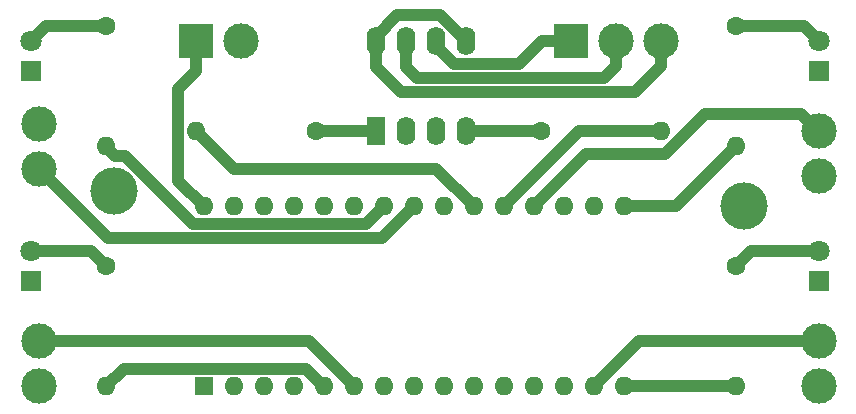
<source format=gbr>
G04 #@! TF.GenerationSoftware,KiCad,Pcbnew,(5.0.1-3-g963ef8bb5)*
G04 #@! TF.CreationDate,2019-07-11T22:25:35+01:00*
G04 #@! TF.ProjectId,KatanaSwitch,4B6174616E615377697463682E6B6963,rev?*
G04 #@! TF.SameCoordinates,Original*
G04 #@! TF.FileFunction,Copper,L1,Top,Signal*
G04 #@! TF.FilePolarity,Positive*
%FSLAX46Y46*%
G04 Gerber Fmt 4.6, Leading zero omitted, Abs format (unit mm)*
G04 Created by KiCad (PCBNEW (5.0.1-3-g963ef8bb5)) date Thursday, 11 July 2019 at 22:25:35*
%MOMM*%
%LPD*%
G01*
G04 APERTURE LIST*
G04 #@! TA.AperFunction,ComponentPad*
%ADD10C,4.000000*%
G04 #@! TD*
G04 #@! TA.AperFunction,ComponentPad*
%ADD11R,1.600000X1.600000*%
G04 #@! TD*
G04 #@! TA.AperFunction,ComponentPad*
%ADD12O,1.600000X1.600000*%
G04 #@! TD*
G04 #@! TA.AperFunction,ComponentPad*
%ADD13R,2.999740X2.999740*%
G04 #@! TD*
G04 #@! TA.AperFunction,ComponentPad*
%ADD14C,2.999740*%
G04 #@! TD*
G04 #@! TA.AperFunction,ComponentPad*
%ADD15R,1.600000X2.400000*%
G04 #@! TD*
G04 #@! TA.AperFunction,ComponentPad*
%ADD16O,1.600000X2.400000*%
G04 #@! TD*
G04 #@! TA.AperFunction,ComponentPad*
%ADD17R,1.800000X1.800000*%
G04 #@! TD*
G04 #@! TA.AperFunction,ComponentPad*
%ADD18C,1.800000*%
G04 #@! TD*
G04 #@! TA.AperFunction,ComponentPad*
%ADD19C,1.600000*%
G04 #@! TD*
G04 #@! TA.AperFunction,Conductor*
%ADD20C,1.000000*%
G04 #@! TD*
G04 APERTURE END LIST*
D10*
G04 #@! TO.P,REF\002A\002A,1*
G04 #@! TO.N,N/C*
X125095000Y-99060000D03*
G04 #@! TD*
D11*
G04 #@! TO.P,A1,1*
G04 #@! TO.N,Net-(A1-Pad1)*
X132715000Y-115570000D03*
D12*
G04 #@! TO.P,A1,17*
G04 #@! TO.N,Net-(A1-Pad17)*
X165735000Y-100330000D03*
G04 #@! TO.P,A1,2*
G04 #@! TO.N,Net-(A1-Pad2)*
X135255000Y-115570000D03*
G04 #@! TO.P,A1,18*
G04 #@! TO.N,Net-(A1-Pad18)*
X163195000Y-100330000D03*
G04 #@! TO.P,A1,3*
G04 #@! TO.N,Net-(A1-Pad3)*
X137795000Y-115570000D03*
G04 #@! TO.P,A1,19*
G04 #@! TO.N,CH4*
X160655000Y-100330000D03*
G04 #@! TO.P,A1,4*
G04 #@! TO.N,GND*
X140335000Y-115570000D03*
G04 #@! TO.P,A1,20*
G04 #@! TO.N,TIP*
X158115000Y-100330000D03*
G04 #@! TO.P,A1,5*
G04 #@! TO.N,CH1_LED*
X142875000Y-115570000D03*
G04 #@! TO.P,A1,21*
G04 #@! TO.N,RING*
X155575000Y-100330000D03*
G04 #@! TO.P,A1,6*
G04 #@! TO.N,CH1*
X145415000Y-115570000D03*
G04 #@! TO.P,A1,22*
G04 #@! TO.N,Net-(A1-Pad22)*
X153035000Y-100330000D03*
G04 #@! TO.P,A1,7*
G04 #@! TO.N,Net-(A1-Pad7)*
X147955000Y-115570000D03*
G04 #@! TO.P,A1,23*
G04 #@! TO.N,CH3*
X150495000Y-100330000D03*
G04 #@! TO.P,A1,8*
G04 #@! TO.N,Net-(A1-Pad8)*
X150495000Y-115570000D03*
G04 #@! TO.P,A1,24*
G04 #@! TO.N,CH3_LED*
X147955000Y-100330000D03*
G04 #@! TO.P,A1,9*
G04 #@! TO.N,Net-(A1-Pad9)*
X153035000Y-115570000D03*
G04 #@! TO.P,A1,25*
G04 #@! TO.N,Net-(A1-Pad25)*
X145415000Y-100330000D03*
G04 #@! TO.P,A1,10*
G04 #@! TO.N,Net-(A1-Pad10)*
X155575000Y-115570000D03*
G04 #@! TO.P,A1,26*
G04 #@! TO.N,Net-(A1-Pad26)*
X142875000Y-100330000D03*
G04 #@! TO.P,A1,11*
G04 #@! TO.N,Net-(A1-Pad11)*
X158115000Y-115570000D03*
G04 #@! TO.P,A1,27*
G04 #@! TO.N,Net-(A1-Pad27)*
X140335000Y-100330000D03*
G04 #@! TO.P,A1,12*
G04 #@! TO.N,Net-(A1-Pad12)*
X160655000Y-115570000D03*
G04 #@! TO.P,A1,28*
G04 #@! TO.N,Net-(A1-Pad28)*
X137795000Y-100330000D03*
G04 #@! TO.P,A1,13*
G04 #@! TO.N,Net-(A1-Pad13)*
X163195000Y-115570000D03*
G04 #@! TO.P,A1,29*
G04 #@! TO.N,GND*
X135255000Y-100330000D03*
G04 #@! TO.P,A1,14*
G04 #@! TO.N,CH2*
X165735000Y-115570000D03*
G04 #@! TO.P,A1,30*
G04 #@! TO.N,+9V*
X132715000Y-100330000D03*
G04 #@! TO.P,A1,15*
G04 #@! TO.N,CH2_LED*
X168275000Y-115570000D03*
G04 #@! TO.P,A1,16*
G04 #@! TO.N,CH4_LED*
X168275000Y-100330000D03*
G04 #@! TD*
D10*
G04 #@! TO.P,REF\002A\002A,1*
G04 #@! TO.N,N/C*
X178435000Y-100330000D03*
G04 #@! TD*
D13*
G04 #@! TO.P,BT1,1*
G04 #@! TO.N,+9V*
X132080000Y-86360000D03*
D14*
G04 #@! TO.P,BT1,2*
G04 #@! TO.N,GND*
X135890000Y-86360000D03*
G04 #@! TD*
D15*
G04 #@! TO.P,U1,1*
G04 #@! TO.N,Net-(R6-Pad1)*
X147320000Y-93980000D03*
D16*
G04 #@! TO.P,U1,5*
G04 #@! TO.N,Net-(J1-PadS)*
X154940000Y-86360000D03*
G04 #@! TO.P,U1,2*
G04 #@! TO.N,GND*
X149860000Y-93980000D03*
G04 #@! TO.P,U1,6*
G04 #@! TO.N,Net-(J1-PadT)*
X152400000Y-86360000D03*
G04 #@! TO.P,U1,3*
G04 #@! TO.N,GND*
X152400000Y-93980000D03*
G04 #@! TO.P,U1,7*
G04 #@! TO.N,Net-(J1-PadR)*
X149860000Y-86360000D03*
G04 #@! TO.P,U1,4*
G04 #@! TO.N,Net-(R5-Pad1)*
X154940000Y-93980000D03*
G04 #@! TO.P,U1,8*
G04 #@! TO.N,Net-(J1-PadS)*
X147320000Y-86360000D03*
G04 #@! TD*
D17*
G04 #@! TO.P,D1,1*
G04 #@! TO.N,GND*
X118110000Y-106680000D03*
D18*
G04 #@! TO.P,D1,2*
G04 #@! TO.N,Net-(D1-Pad2)*
X118110000Y-104140000D03*
G04 #@! TD*
D17*
G04 #@! TO.P,D2,1*
G04 #@! TO.N,GND*
X184785000Y-106680000D03*
D18*
G04 #@! TO.P,D2,2*
G04 #@! TO.N,Net-(D2-Pad2)*
X184785000Y-104140000D03*
G04 #@! TD*
G04 #@! TO.P,D3,2*
G04 #@! TO.N,Net-(D3-Pad2)*
X118110000Y-86360000D03*
D17*
G04 #@! TO.P,D3,1*
G04 #@! TO.N,GND*
X118110000Y-88900000D03*
G04 #@! TD*
D18*
G04 #@! TO.P,D4,2*
G04 #@! TO.N,Net-(D4-Pad2)*
X184785000Y-86360000D03*
D17*
G04 #@! TO.P,D4,1*
G04 #@! TO.N,GND*
X184785000Y-88900000D03*
G04 #@! TD*
D13*
G04 #@! TO.P,J1,T*
G04 #@! TO.N,Net-(J1-PadT)*
X163830000Y-86360000D03*
D14*
G04 #@! TO.P,J1,R*
G04 #@! TO.N,Net-(J1-PadR)*
X167640000Y-86360000D03*
G04 #@! TO.P,J1,S*
G04 #@! TO.N,Net-(J1-PadS)*
X171450000Y-86360000D03*
G04 #@! TD*
G04 #@! TO.P,SW1,1*
G04 #@! TO.N,CH1*
X118745000Y-111760000D03*
G04 #@! TO.P,SW1,2*
G04 #@! TO.N,GND*
X118745000Y-115570000D03*
G04 #@! TD*
G04 #@! TO.P,SW2,2*
G04 #@! TO.N,GND*
X184785000Y-115570000D03*
G04 #@! TO.P,SW2,1*
G04 #@! TO.N,CH2*
X184785000Y-111760000D03*
G04 #@! TD*
G04 #@! TO.P,SW3,1*
G04 #@! TO.N,CH3*
X118745000Y-97155000D03*
G04 #@! TO.P,SW3,2*
G04 #@! TO.N,GND*
X118745000Y-93345000D03*
G04 #@! TD*
G04 #@! TO.P,SW4,2*
G04 #@! TO.N,GND*
X184785000Y-97790000D03*
G04 #@! TO.P,SW4,1*
G04 #@! TO.N,CH4*
X184785000Y-93980000D03*
G04 #@! TD*
D19*
G04 #@! TO.P,R1,1*
G04 #@! TO.N,Net-(D1-Pad2)*
X124460000Y-105410000D03*
D12*
G04 #@! TO.P,R1,2*
G04 #@! TO.N,CH1_LED*
X124460000Y-115570000D03*
G04 #@! TD*
G04 #@! TO.P,R2,2*
G04 #@! TO.N,CH2_LED*
X177800000Y-115570000D03*
D19*
G04 #@! TO.P,R2,1*
G04 #@! TO.N,Net-(D2-Pad2)*
X177800000Y-105410000D03*
G04 #@! TD*
D12*
G04 #@! TO.P,R3,2*
G04 #@! TO.N,CH3_LED*
X124460000Y-95250000D03*
D19*
G04 #@! TO.P,R3,1*
G04 #@! TO.N,Net-(D3-Pad2)*
X124460000Y-85090000D03*
G04 #@! TD*
G04 #@! TO.P,R4,1*
G04 #@! TO.N,Net-(D4-Pad2)*
X177800000Y-85090000D03*
D12*
G04 #@! TO.P,R4,2*
G04 #@! TO.N,CH4_LED*
X177800000Y-95250000D03*
G04 #@! TD*
D19*
G04 #@! TO.P,R5,1*
G04 #@! TO.N,Net-(R5-Pad1)*
X161290000Y-93980000D03*
D12*
G04 #@! TO.P,R5,2*
G04 #@! TO.N,TIP*
X171450000Y-93980000D03*
G04 #@! TD*
G04 #@! TO.P,R6,2*
G04 #@! TO.N,RING*
X132080000Y-93980000D03*
D19*
G04 #@! TO.P,R6,1*
G04 #@! TO.N,Net-(R6-Pad1)*
X142240000Y-93980000D03*
G04 #@! TD*
D20*
G04 #@! TO.N,TIP*
X164465000Y-93980000D02*
X171450000Y-93980000D01*
X158115000Y-100330000D02*
X164465000Y-93980000D01*
G04 #@! TO.N,+9V*
X132080000Y-88859870D02*
X132080000Y-86360000D01*
X130579999Y-90359871D02*
X132080000Y-88859870D01*
X130579999Y-98194999D02*
X130579999Y-90359871D01*
X132715000Y-100330000D02*
X130579999Y-98194999D01*
G04 #@! TO.N,RING*
X132080000Y-93980000D02*
X135255000Y-97155000D01*
X152400000Y-97155000D02*
X155575000Y-100330000D01*
X135255000Y-97155000D02*
X152400000Y-97155000D01*
G04 #@! TO.N,Net-(D1-Pad2)*
X123190000Y-104140000D02*
X124460000Y-105410000D01*
X118110000Y-104140000D02*
X123190000Y-104140000D01*
G04 #@! TO.N,Net-(D2-Pad2)*
X179070000Y-104140000D02*
X184785000Y-104140000D01*
X177800000Y-105410000D02*
X179070000Y-104140000D01*
G04 #@! TO.N,Net-(D3-Pad2)*
X119380000Y-85090000D02*
X118110000Y-86360000D01*
X124460000Y-85090000D02*
X119380000Y-85090000D01*
G04 #@! TO.N,Net-(D4-Pad2)*
X183515000Y-85090000D02*
X184785000Y-86360000D01*
X177800000Y-85090000D02*
X183515000Y-85090000D01*
G04 #@! TO.N,Net-(J1-PadS)*
X171450000Y-88481136D02*
X171450000Y-86360000D01*
X147320000Y-86360000D02*
X147320000Y-88560000D01*
X149420030Y-90660030D02*
X169271106Y-90660030D01*
X169271106Y-90660030D02*
X171450000Y-88481136D01*
X147320000Y-88560000D02*
X149420030Y-90660030D01*
X147320000Y-86360000D02*
X147320000Y-85960000D01*
X147320000Y-85960000D02*
X149120000Y-84160000D01*
X152740000Y-84160000D02*
X154940000Y-86360000D01*
X149120000Y-84160000D02*
X152740000Y-84160000D01*
G04 #@! TO.N,Net-(J1-PadR)*
X149860000Y-86360000D02*
X149860000Y-88560000D01*
X149860000Y-88560000D02*
X150760020Y-89460020D01*
X150760020Y-89460020D02*
X166661116Y-89460020D01*
X166661116Y-89460020D02*
X167640000Y-88481136D01*
X167640000Y-88481136D02*
X167640000Y-86360000D01*
G04 #@! TO.N,Net-(J1-PadT)*
X152400000Y-86360000D02*
X152400000Y-86760000D01*
X153900010Y-88260010D02*
X159430120Y-88260010D01*
X152400000Y-86760000D02*
X153900010Y-88260010D01*
X159430120Y-88260010D02*
X161330130Y-86360000D01*
X161330130Y-86360000D02*
X163830000Y-86360000D01*
G04 #@! TO.N,Net-(R6-Pad1)*
X147320000Y-93980000D02*
X142240000Y-93980000D01*
G04 #@! TO.N,Net-(R5-Pad1)*
X154940000Y-93980000D02*
X161290000Y-93980000D01*
G04 #@! TO.N,CH4*
X175169871Y-92480131D02*
X171765002Y-95885000D01*
X183285131Y-92480131D02*
X175169871Y-92480131D01*
X184785000Y-93980000D02*
X183285131Y-92480131D01*
X165100000Y-95885000D02*
X160655000Y-100330000D01*
X171765002Y-95885000D02*
X165100000Y-95885000D01*
G04 #@! TO.N,CH1_LED*
X142075001Y-114770001D02*
X142875000Y-115570000D01*
X125960001Y-114069999D02*
X141374999Y-114069999D01*
X141374999Y-114069999D02*
X142075001Y-114770001D01*
X124460000Y-115570000D02*
X125960001Y-114069999D01*
G04 #@! TO.N,CH1*
X141605000Y-111760000D02*
X145415000Y-115570000D01*
X118745000Y-111760000D02*
X141605000Y-111760000D01*
G04 #@! TO.N,CH3*
X147794990Y-103030010D02*
X149695001Y-101129999D01*
X124620010Y-103030010D02*
X147794990Y-103030010D01*
X149695001Y-101129999D02*
X150495000Y-100330000D01*
X118745000Y-97155000D02*
X124620010Y-103030010D01*
G04 #@! TO.N,CH3_LED*
X147155001Y-101129999D02*
X147955000Y-100330000D01*
X146454999Y-101830001D02*
X147155001Y-101129999D01*
X131861003Y-101830001D02*
X146454999Y-101830001D01*
X126081001Y-96049999D02*
X131861003Y-101830001D01*
X125259999Y-96049999D02*
X126081001Y-96049999D01*
X124460000Y-95250000D02*
X125259999Y-96049999D01*
G04 #@! TO.N,CH2*
X169545000Y-111760000D02*
X165735000Y-115570000D01*
X184785000Y-111760000D02*
X169545000Y-111760000D01*
G04 #@! TO.N,CH2_LED*
X168275000Y-115570000D02*
X177800000Y-115570000D01*
G04 #@! TO.N,CH4_LED*
X172720000Y-100330000D02*
X168275000Y-100330000D01*
X177800000Y-95250000D02*
X172720000Y-100330000D01*
G04 #@! TD*
M02*

</source>
